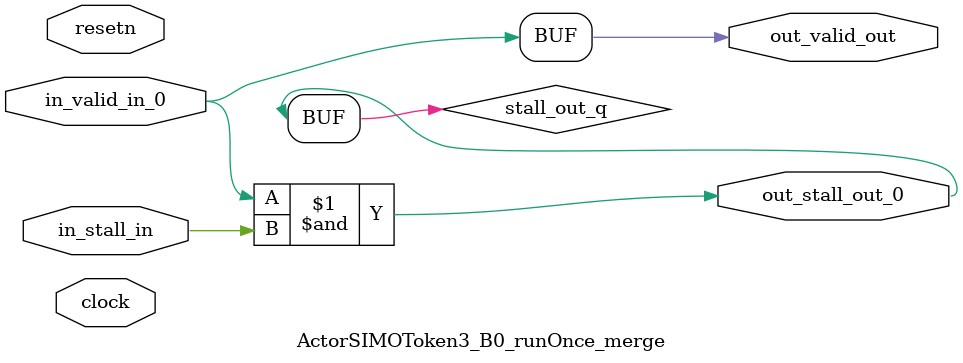
<source format=sv>



(* altera_attribute = "-name AUTO_SHIFT_REGISTER_RECOGNITION OFF; -name MESSAGE_DISABLE 10036; -name MESSAGE_DISABLE 10037; -name MESSAGE_DISABLE 14130; -name MESSAGE_DISABLE 14320; -name MESSAGE_DISABLE 15400; -name MESSAGE_DISABLE 14130; -name MESSAGE_DISABLE 10036; -name MESSAGE_DISABLE 12020; -name MESSAGE_DISABLE 12030; -name MESSAGE_DISABLE 12010; -name MESSAGE_DISABLE 12110; -name MESSAGE_DISABLE 14320; -name MESSAGE_DISABLE 13410; -name MESSAGE_DISABLE 113007; -name MESSAGE_DISABLE 10958" *)
module ActorSIMOToken3_B0_runOnce_merge (
    input wire [0:0] in_stall_in,
    input wire [0:0] in_valid_in_0,
    output wire [0:0] out_stall_out_0,
    output wire [0:0] out_valid_out,
    input wire clock,
    input wire resetn
    );

    wire [0:0] stall_out_q;


    // stall_out(LOGICAL,6)
    assign stall_out_q = in_valid_in_0 & in_stall_in;

    // out_stall_out_0(GPOUT,4)
    assign out_stall_out_0 = stall_out_q;

    // out_valid_out(GPOUT,5)
    assign out_valid_out = in_valid_in_0;

endmodule

</source>
